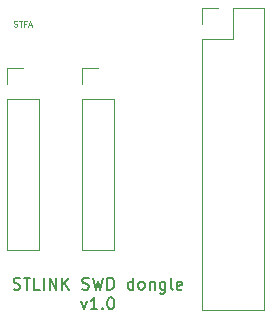
<source format=gto>
%TF.GenerationSoftware,KiCad,Pcbnew,5.1.10-1.fc32*%
%TF.CreationDate,2021-08-09T17:47:35+02:00*%
%TF.ProjectId,stlink_dongle,73746c69-6e6b-45f6-946f-6e676c652e6b,rev?*%
%TF.SameCoordinates,Original*%
%TF.FileFunction,Legend,Top*%
%TF.FilePolarity,Positive*%
%FSLAX46Y46*%
G04 Gerber Fmt 4.6, Leading zero omitted, Abs format (unit mm)*
G04 Created by KiCad (PCBNEW 5.1.10-1.fc32) date 2021-08-09 17:47:35*
%MOMM*%
%LPD*%
G01*
G04 APERTURE LIST*
%ADD10C,0.125000*%
%ADD11C,0.150000*%
%ADD12C,0.120000*%
%ADD13R,1.700000X1.700000*%
%ADD14O,1.700000X1.700000*%
G04 APERTURE END LIST*
D10*
X189738095Y-76402380D02*
X189809523Y-76426190D01*
X189928571Y-76426190D01*
X189976190Y-76402380D01*
X190000000Y-76378571D01*
X190023809Y-76330952D01*
X190023809Y-76283333D01*
X190000000Y-76235714D01*
X189976190Y-76211904D01*
X189928571Y-76188095D01*
X189833333Y-76164285D01*
X189785714Y-76140476D01*
X189761904Y-76116666D01*
X189738095Y-76069047D01*
X189738095Y-76021428D01*
X189761904Y-75973809D01*
X189785714Y-75950000D01*
X189833333Y-75926190D01*
X189952380Y-75926190D01*
X190023809Y-75950000D01*
X190166666Y-75926190D02*
X190452380Y-75926190D01*
X190309523Y-76426190D02*
X190309523Y-75926190D01*
X190785714Y-76164285D02*
X190619047Y-76164285D01*
X190619047Y-76426190D02*
X190619047Y-75926190D01*
X190857142Y-75926190D01*
X191023809Y-76283333D02*
X191261904Y-76283333D01*
X190976190Y-76426190D02*
X191142857Y-75926190D01*
X191309523Y-76426190D01*
D11*
X189707142Y-98639761D02*
X189850000Y-98687380D01*
X190088095Y-98687380D01*
X190183333Y-98639761D01*
X190230952Y-98592142D01*
X190278571Y-98496904D01*
X190278571Y-98401666D01*
X190230952Y-98306428D01*
X190183333Y-98258809D01*
X190088095Y-98211190D01*
X189897619Y-98163571D01*
X189802380Y-98115952D01*
X189754761Y-98068333D01*
X189707142Y-97973095D01*
X189707142Y-97877857D01*
X189754761Y-97782619D01*
X189802380Y-97735000D01*
X189897619Y-97687380D01*
X190135714Y-97687380D01*
X190278571Y-97735000D01*
X190564285Y-97687380D02*
X191135714Y-97687380D01*
X190850000Y-98687380D02*
X190850000Y-97687380D01*
X191945238Y-98687380D02*
X191469047Y-98687380D01*
X191469047Y-97687380D01*
X192278571Y-98687380D02*
X192278571Y-97687380D01*
X192754761Y-98687380D02*
X192754761Y-97687380D01*
X193326190Y-98687380D01*
X193326190Y-97687380D01*
X193802380Y-98687380D02*
X193802380Y-97687380D01*
X194373809Y-98687380D02*
X193945238Y-98115952D01*
X194373809Y-97687380D02*
X193802380Y-98258809D01*
X195516666Y-98639761D02*
X195659523Y-98687380D01*
X195897619Y-98687380D01*
X195992857Y-98639761D01*
X196040476Y-98592142D01*
X196088095Y-98496904D01*
X196088095Y-98401666D01*
X196040476Y-98306428D01*
X195992857Y-98258809D01*
X195897619Y-98211190D01*
X195707142Y-98163571D01*
X195611904Y-98115952D01*
X195564285Y-98068333D01*
X195516666Y-97973095D01*
X195516666Y-97877857D01*
X195564285Y-97782619D01*
X195611904Y-97735000D01*
X195707142Y-97687380D01*
X195945238Y-97687380D01*
X196088095Y-97735000D01*
X196421428Y-97687380D02*
X196659523Y-98687380D01*
X196850000Y-97973095D01*
X197040476Y-98687380D01*
X197278571Y-97687380D01*
X197659523Y-98687380D02*
X197659523Y-97687380D01*
X197897619Y-97687380D01*
X198040476Y-97735000D01*
X198135714Y-97830238D01*
X198183333Y-97925476D01*
X198230952Y-98115952D01*
X198230952Y-98258809D01*
X198183333Y-98449285D01*
X198135714Y-98544523D01*
X198040476Y-98639761D01*
X197897619Y-98687380D01*
X197659523Y-98687380D01*
X199850000Y-98687380D02*
X199850000Y-97687380D01*
X199850000Y-98639761D02*
X199754761Y-98687380D01*
X199564285Y-98687380D01*
X199469047Y-98639761D01*
X199421428Y-98592142D01*
X199373809Y-98496904D01*
X199373809Y-98211190D01*
X199421428Y-98115952D01*
X199469047Y-98068333D01*
X199564285Y-98020714D01*
X199754761Y-98020714D01*
X199850000Y-98068333D01*
X200469047Y-98687380D02*
X200373809Y-98639761D01*
X200326190Y-98592142D01*
X200278571Y-98496904D01*
X200278571Y-98211190D01*
X200326190Y-98115952D01*
X200373809Y-98068333D01*
X200469047Y-98020714D01*
X200611904Y-98020714D01*
X200707142Y-98068333D01*
X200754761Y-98115952D01*
X200802380Y-98211190D01*
X200802380Y-98496904D01*
X200754761Y-98592142D01*
X200707142Y-98639761D01*
X200611904Y-98687380D01*
X200469047Y-98687380D01*
X201230952Y-98020714D02*
X201230952Y-98687380D01*
X201230952Y-98115952D02*
X201278571Y-98068333D01*
X201373809Y-98020714D01*
X201516666Y-98020714D01*
X201611904Y-98068333D01*
X201659523Y-98163571D01*
X201659523Y-98687380D01*
X202564285Y-98020714D02*
X202564285Y-98830238D01*
X202516666Y-98925476D01*
X202469047Y-98973095D01*
X202373809Y-99020714D01*
X202230952Y-99020714D01*
X202135714Y-98973095D01*
X202564285Y-98639761D02*
X202469047Y-98687380D01*
X202278571Y-98687380D01*
X202183333Y-98639761D01*
X202135714Y-98592142D01*
X202088095Y-98496904D01*
X202088095Y-98211190D01*
X202135714Y-98115952D01*
X202183333Y-98068333D01*
X202278571Y-98020714D01*
X202469047Y-98020714D01*
X202564285Y-98068333D01*
X203183333Y-98687380D02*
X203088095Y-98639761D01*
X203040476Y-98544523D01*
X203040476Y-97687380D01*
X203945238Y-98639761D02*
X203850000Y-98687380D01*
X203659523Y-98687380D01*
X203564285Y-98639761D01*
X203516666Y-98544523D01*
X203516666Y-98163571D01*
X203564285Y-98068333D01*
X203659523Y-98020714D01*
X203850000Y-98020714D01*
X203945238Y-98068333D01*
X203992857Y-98163571D01*
X203992857Y-98258809D01*
X203516666Y-98354047D01*
X195421428Y-99670714D02*
X195659523Y-100337380D01*
X195897619Y-99670714D01*
X196802380Y-100337380D02*
X196230952Y-100337380D01*
X196516666Y-100337380D02*
X196516666Y-99337380D01*
X196421428Y-99480238D01*
X196326190Y-99575476D01*
X196230952Y-99623095D01*
X197230952Y-100242142D02*
X197278571Y-100289761D01*
X197230952Y-100337380D01*
X197183333Y-100289761D01*
X197230952Y-100242142D01*
X197230952Y-100337380D01*
X197897619Y-99337380D02*
X197992857Y-99337380D01*
X198088095Y-99385000D01*
X198135714Y-99432619D01*
X198183333Y-99527857D01*
X198230952Y-99718333D01*
X198230952Y-99956428D01*
X198183333Y-100146904D01*
X198135714Y-100242142D01*
X198088095Y-100289761D01*
X197992857Y-100337380D01*
X197897619Y-100337380D01*
X197802380Y-100289761D01*
X197754761Y-100242142D01*
X197707142Y-100146904D01*
X197659523Y-99956428D01*
X197659523Y-99718333D01*
X197707142Y-99527857D01*
X197754761Y-99432619D01*
X197802380Y-99385000D01*
X197897619Y-99337380D01*
D12*
%TO.C,J1*%
X189170000Y-95310000D02*
X191830000Y-95310000D01*
X189170000Y-82550000D02*
X189170000Y-95310000D01*
X191830000Y-82550000D02*
X191830000Y-95310000D01*
X189170000Y-82550000D02*
X191830000Y-82550000D01*
X189170000Y-81280000D02*
X189170000Y-79950000D01*
X189170000Y-79950000D02*
X190500000Y-79950000D01*
%TO.C,J2*%
X195520000Y-95310000D02*
X198180000Y-95310000D01*
X195520000Y-82550000D02*
X195520000Y-95310000D01*
X198180000Y-82550000D02*
X198180000Y-95310000D01*
X195520000Y-82550000D02*
X198180000Y-82550000D01*
X195520000Y-81280000D02*
X195520000Y-79950000D01*
X195520000Y-79950000D02*
X196850000Y-79950000D01*
%TO.C,J3*%
X205680000Y-100390000D02*
X210880000Y-100390000D01*
X205680000Y-77470000D02*
X205680000Y-100390000D01*
X210880000Y-74870000D02*
X210880000Y-100390000D01*
X205680000Y-77470000D02*
X208280000Y-77470000D01*
X208280000Y-77470000D02*
X208280000Y-74870000D01*
X208280000Y-74870000D02*
X210880000Y-74870000D01*
X205680000Y-76200000D02*
X205680000Y-74870000D01*
X205680000Y-74870000D02*
X207010000Y-74870000D01*
%TD*%
%LPC*%
D13*
%TO.C,J1*%
X190500000Y-81280000D03*
D14*
X190500000Y-83820000D03*
X190500000Y-86360000D03*
X190500000Y-88900000D03*
X190500000Y-91440000D03*
X190500000Y-93980000D03*
%TD*%
D13*
%TO.C,J2*%
X196850000Y-81280000D03*
D14*
X196850000Y-83820000D03*
X196850000Y-86360000D03*
X196850000Y-88900000D03*
X196850000Y-91440000D03*
X196850000Y-93980000D03*
%TD*%
D13*
%TO.C,J3*%
X207010000Y-76200000D03*
D14*
X209550000Y-76200000D03*
X207010000Y-78740000D03*
X209550000Y-78740000D03*
X207010000Y-81280000D03*
X209550000Y-81280000D03*
X207010000Y-83820000D03*
X209550000Y-83820000D03*
X207010000Y-86360000D03*
X209550000Y-86360000D03*
X207010000Y-88900000D03*
X209550000Y-88900000D03*
X207010000Y-91440000D03*
X209550000Y-91440000D03*
X207010000Y-93980000D03*
X209550000Y-93980000D03*
X207010000Y-96520000D03*
X209550000Y-96520000D03*
X207010000Y-99060000D03*
X209550000Y-99060000D03*
%TD*%
M02*

</source>
